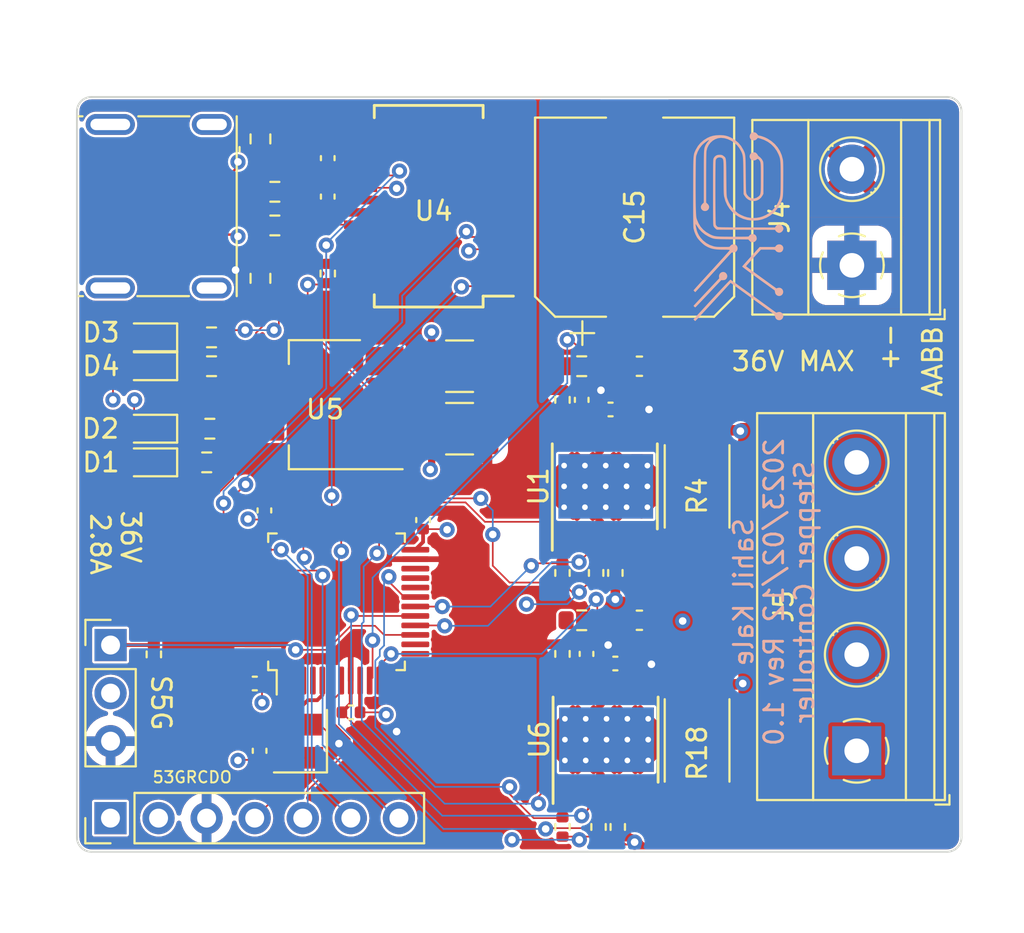
<source format=kicad_pcb>
(kicad_pcb (version 20211014) (generator pcbnew)
  (layers (0 "F.Cu" signal) (1 "In1.Cu" signal) (2 "In2.Cu" signal) (31 "B.Cu" signal) (34 "B.Paste" user) (35 "F.Paste" user) (36 "B.SilkS" user "B.Silkscreen") (37 "F.SilkS" user "F.Silkscreen") (38 "B.Mask" user) (39 "F.Mask" user) (44 "Edge.Cuts" user))
  (net 0 "")
  (net 1 "Net-(C1-Pad1)")
  (net 2 "Net-(C1-Pad2)")
  (net 3 "Net-(C2-Pad1)")
  (net 4 "VBUS")
  (net 5 "+3V3")
  (net 6 "GND")
  (net 7 "Net-(C8-Pad1)")
  (net 8 "+5V")
  (net 9 "Net-(C13-Pad1)")
  (net 10 "Net-(C13-Pad2)")
  (net 11 "Net-(C14-Pad1)")
  (net 12 "Net-(D1-Pad1)")
  (net 13 "Net-(D2-Pad1)")
  (net 14 "Net-(D3-Pad1)")
  (net 15 "Net-(D4-Pad1)")
  (net 16 "/MCU/PWM_IN")
  (net 17 "/MCU/NRST")
  (net 18 "/MCU/SWCLK")
  (net 19 "/MCU/SWDIO")
  (net 20 "/MCU/SWO")
  (net 21 "Net-(J3-PadA5)")
  (net 23 "Net-(J3-PadB5)")
  (net 25 "/HBridge/OUT+")
  (net 26 "/HBridge1/OUT+")
  (net 27 "/HBridge/OUT-")
  (net 28 "/HBridge1/OUT-")
  (net 29 "/HBridge/SLEEP")
  (net 30 "/HBridge/EN")
  (net 31 "Net-(R3-Pad1)")
  (net 32 "Net-(R4-Pad1)")
  (net 33 "/HBridge/FAULT")
  (net 34 "Net-(R6-Pad1)")
  (net 35 "Net-(R7-Pad1)")
  (net 36 "/USB/D-")
  (net 37 "/USB/D+")
  (net 38 "/MCU/UART_RESET")
  (net 39 "/USBUART/TXLED")
  (net 40 "/USBUART/RXLED")
  (net 41 "/HBridge1/SLEEP")
  (net 42 "/HBridge1/EN")
  (net 43 "Net-(R17-Pad1)")
  (net 44 "Net-(R18-Pad1)")
  (net 45 "/HBridge1/FAULT")
  (net 46 "/HBridge/BRAKE")
  (net 47 "/HBridge/DIR")
  (net 48 "/HBridge/CURR")
  (net 49 "Net-(U2-Pad3)")
  (net 54 "/HBridge1/CURR")
  (net 58 "/HBridge1/DIR")
  (net 60 "/HBridge1/BRAKE")
  (net 63 "/MCU/RX")
  (net 69 "/MCU/TX")
  (net 83 "Net-(R21-Pad1)")
  (net 84 "Net-(R22-Pad1)")
  (net 85 "/USB/DP")
  (net 86 "/USB/DN")
  (net 88 "/MCU/SLEEP_A")
  (net 89 "/MCU/SLEEP_B")
  (footprint "Resistor_SMD:R_0603_1608Metric" (layer "F.Cu") (at 167.64 91.186 180)
    (fp_text reference "R6" hide)
    (fp_text value "470")
  )
  (footprint "Resistor_SMD:R_2512_6332Metric" (layer "F.Cu") (at 193.548 105.878 90)
    (fp_text reference "R18")
    (fp_text value "200m")
  )
  (footprint "Connector_PinHeader_2.54mm:PinHeader_1x07_P2.54mm_Vertical" (layer "F.Cu") (at 162.555 109.982 90)
    (fp_text reference "J2" hide)
    (fp_text value "Conn_01x07")
  )
  (footprint "TerminalBlock_Phoenix:TerminalBlock_Phoenix_MKDS-1,5-2-5.08_1x02_P5.08mm_Horizontal" (layer "F.Cu") (at 201.727 80.777 90)
    (fp_text reference "J4")
    (fp_text value "Conn_01x02")
  )
  (footprint "Resistor_SMD:R_2512_6332Metric" (layer "F.Cu") (at 193.548 92.456 90)
    (fp_text reference "R4")
    (fp_text value "200m")
  )
  (footprint "Resistor_SMD:R_0603_1608Metric" (layer "F.Cu") (at 171.24 78.669)
    (fp_text reference "R10" hide)
    (fp_text value "22R")
  )
  (footprint "LED_SMD:LED_0603_1608Metric" (layer "F.Cu") (at 164.592 91.186 180)
    (fp_text reference "D1")
    (fp_text value "LED")
  )
  (footprint "Capacitor_SMD:C_0402_1005Metric" (layer "F.Cu") (at 187.452 87.884 90)
    (fp_text reference "C2" hide)
    (fp_text value "0.1uF X7R")
  )
  (footprint "LED_SMD:LED_0603_1608Metric" (layer "F.Cu") (at 164.592 86.106 180)
    (fp_text reference "D4")
    (fp_text value "LED")
  )
  (footprint "Resistor_SMD:R_0603_1608Metric" (layer "F.Cu") (at 171.24 76.891)
    (fp_text reference "R11" hide)
    (fp_text value "22R")
  )
  (footprint "Capacitor_SMD:C_0402_1005Metric" (layer "F.Cu") (at 175.26 104.394 180)
    (fp_text reference "C3" hide)
    (fp_text value "0.1uF")
  )
  (footprint "Capacitor_SMD:C_0402_1005Metric" (layer "F.Cu") (at 170.688 93.726 90)
    (fp_text reference "C6" hide)
    (fp_text value "0.1uF")
  )
  (footprint "Capacitor_SMD:C_0603_1608Metric" (layer "F.Cu") (at 190.5 86.106)
    (fp_text reference "C16" hide)
    (fp_text value "1000pF")
  )
  (footprint "Resistor_SMD:R_0603_1608Metric" (layer "F.Cu") (at 187.452 99.528)
    (fp_text reference "R22" hide)
    (fp_text value "100k")
  )
  (footprint "Capacitor_SMD:C_0402_1005Metric" (layer "F.Cu") (at 188.976 88.392)
    (fp_text reference "C1" hide)
    (fp_text value "0.1uF X7R")
  )
  (footprint "Package_SO:SSOP-28_5.3x10.2mm_P0.65mm" (layer "F.Cu") (at 179.368 77.653 180)
    (fp_text reference "U4")
    (fp_text value "FT232RL")
  )
  (footprint "Capacitor_SMD:C_0402_1005Metric" (layer "F.Cu") (at 170.18 102.87 180)
    (fp_text reference "C7" hide)
    (fp_text value "0.1uF")
  )
  (footprint "Capacitor_SMD:C_0402_1005Metric" (layer "F.Cu") (at 170.434 106.426 90)
    (fp_text reference "C4" hide)
    (fp_text value "0.1uF")
  )
  (footprint "Resistor_SMD:R_0402_1005Metric" (layer "F.Cu") (at 188.214 97.028 90)
    (fp_text reference "R1" hide)
    (fp_text value "10k")
  )
  (footprint "Connector_USB:USB_C_Receptacle_Molex_105450-0101" (layer "F.Cu") (at 165.1 77.653 -90)
    (fp_text reference "J3" hide)
    (fp_text value "USB_C_Receptacle_USB2.0")
  )
  (footprint "Resistor_SMD:R_0402_1005Metric" (layer "F.Cu") (at 186.436 101.306 90)
    (fp_text reference "R17" hide)
    (fp_text value "10k")
  )
  (footprint "Resistor_SMD:R_0402_1005Metric" (layer "F.Cu") (at 164.846 101.331 -90)
    (fp_text reference "R20" hide)
    (fp_text value "10k")
  )
  (footprint "Resistor_SMD:R_0603_1608Metric" (layer "F.Cu") (at 167.8055 89.408 180)
    (fp_text reference "R7" hide)
    (fp_text value "470")
  )
  (footprint "Resistor_SMD:R_0402_1005Metric" (layer "F.Cu") (at 186.436 97.028 90)
    (fp_text reference "R5" hide)
    (fp_text value "10k")
  )
  (footprint "Resistor_SMD:R_0402_1005Metric" (layer "F.Cu") (at 189.23 97.028 -90)
    (fp_text reference "R2" hide)
    (fp_text value "10k")
  )
  (footprint "Resistor_SMD:R_0402_1005Metric" (layer "F.Cu") (at 174.034 81.209 90)
    (fp_text reference "R12" hide)
    (fp_text value "10k")
  )
  (footprint "Resistor_SMD:R_0603_1608Metric" (layer "F.Cu") (at 187.452 86.106)
    (fp_text reference "R21" hide)
    (fp_text value "100k")
  )
  (footprint "Capacitor_SMD:C_0402_1005Metric" (layer "F.Cu") (at 189.23 101.814)
    (fp_text reference "C13" hide)
    (fp_text value "0.1uF X7R")
  )
  (footprint "Resistor_SMD:R_0603_1608Metric" (layer "F.Cu") (at 170.478 81.463 -90)
    (fp_text reference "R8" hide)
    (fp_text value "5.1k")
  )
  (footprint "Capacitor_SMD:C_0402_1005Metric" (layer "F.Cu") (at 179.07 94.234 90)
    (fp_text reference "C5" hide)
    (fp_text value "0.1uF")
  )
  (footprint "LED_SMD:LED_0603_1608Metric" (layer "F.Cu") (at 164.592 84.582 180)
    (fp_text reference "D3")
    (fp_text value "LED")
  )
  (footprint "Connector_PinHeader_2.54mm:PinHeader_1x03_P2.54mm_Vertical" (layer "F.Cu") (at 162.56 100.838)
    (fp_text reference "J1" hide)
    (fp_text value "Conn_01x03")
  )
  (footprint "Capacitor_SMD:CP_Elec_10x10" (layer "F.Cu") (at 190.246 78.232 90)
    (fp_text reference "C15")
    (fp_text value "100uF")
  )
  (footprint "Resistor_SMD:R_0402_1005Metric" (layer "F.Cu") (at 186.436 110.45 90)
    (fp_text reference "R19" hide)
    (fp_text value "10k")
  )
  (footprint "Package_TO_SOT_SMD:SOT-223" (layer "F.Cu") (at 173.888 88.138 180)
    (fp_text reference "U5")
    (fp_text value "AZ1117-3.3")
  )
  (footprint "Resistor_SMD:R_0402_1005Metric" (layer "F.Cu") (at 188.341 110.45 90)
    (fp_text reference "R15" hide)
    (fp_text value "10k")
  )
  (footprint "Capacitor_SMD:C_1210_3225Metric" (layer "F.Cu") (at 181 86.106)
    (fp_text reference "C9" hide)
    (fp_text value "22uF")
  )
  (footprint "Resistor_SMD:R_0603_1608Metric" (layer "F.Cu") (at 167.894 84.582)
    (fp_text reference "R13" hide)
    (fp_text value "470")
  )
  (footprint "Capacitor_SMD:C_0603_1608Metric" (layer "F.Cu") (at 190.5 99.528)
    (fp_text reference "C17" hide)
    (fp_text value "1000pF")
  )
  (footprint "Package_SO:HTSSOP-16-1EP_4.4x5mm_P0.65mm_EP3.4x5mm_Mask3x3mm_ThermalVias" (layer "F.Cu") (at 188.722 92.456 90)
    (fp_text reference "U1")
    (fp_text value "DRV8801PWP")
  )
  (footprint "TerminalBlock_Phoenix:TerminalBlock_Phoenix_MKDS-1,5-4-5.08_1x04_P5.08mm_Horizontal" (layer "F.Cu") (at 201.981 106.426 90)
    (fp_text reference "J5")
    (fp_text value "Conn_01x04")
  )
  (footprint "Resistor_SMD:R_0603_1608Metric" (layer "F.Cu") (at 167.894 86.106)
    (fp_text reference "R14" hide)
    (fp_text value "470")
  )
  (footprint "Capacitor_SMD:C_1210_3225Metric" (layer "F.Cu") (at 181 89.408)
    (fp_text reference "C10" hide)
    (fp_text value "22uF")
  )
  (footprint "Crystal:Crystal_SMD_2520-4Pin_2.5x2.0mm" (layer "F.Cu") (at 172.593 105.918 90)
    (fp_text reference "U2" hide)
    (fp_text value "SG-8101CG 40MHz TCHSA")
  )
  (footprint "Package_SO:HTSSOP-16-1EP_4.4x5mm_P0.65mm_EP3.4x5mm_Mask3x3mm_ThermalVias" (layer "F.Cu") (at 188.764 105.836 90)
    (fp_text reference "U6")
    (fp_text value "DRV8801PWP")
  )
  (footprint "Capacitor_SMD:C_0402_1005Metric" (layer "F.Cu") (at 174.034 77.145 -90)
    (fp_text reference "C11" hide)
    (fp_text value "0.1uF")
  )
  (footprint "Resistor_SMD:R_0402_1005Metric" (layer "F.Cu") (at 189.357 110.45 -90)
    (fp_text reference "R16" hide)
    (fp_text value "10k")
  )
  (footprint "LED_SMD:LED_0603_1608Metric" (layer "F.Cu") (at 164.592 89.408 180)
    (fp_text reference "D2")
    (fp_text value "LED")
  )
  (footprint "Resistor_SMD:R_0402_1005Metric" (layer "F.Cu") (at 186.436 87.884 90)
    (fp_text reference "R3" hide)
    (fp_text value "10k")
  )
  (footprint "Capacitor_SMD:C_0402_1005Metric" (layer "F.Cu") (at 174.034 75.113 -90)
    (fp_text reference "C8" hide)
    (fp_text value "0.1uF")
  )
  (footprint "Capacitor_SMD:C_0402_1005Metric" (layer "F.Cu") (at 187.706 101.306 90)
    (fp_text reference "C14" hide)
    (fp_text value "0.1uF X7R")
  )
  (footprint "Resistor_SMD:R_0603_1608Metric" (layer "F.Cu") (at 170.478 74.097 90)
    (fp_text reference "R9" hide)
    (fp_text value "5.1k")
  )
  (footprint "Package_QFP:LQFP-48_7x7mm_P0.5mm" (layer "F.Cu") (at 174.498 98.552 90)
    (fp_text reference "U3" hide)
    (fp_text value "STM32L431CCTx")
  )
  (footprint "LOGO" (layer "B.Cu") (at 195.707 78.74 -90)
    (fp_text reference "G***" hide)
    (fp_text value "LOGO" hide)
  )
  (gr_arc (start 207.518 110.998) (mid 207.294815 111.536815) (end 206.756 111.76) (layer "Edge.Cuts") (width 0.1))
  (gr_arc (start 160.782 72.644) (mid 161.005185 72.105185) (end 161.544 71.882) (layer "Edge.Cuts") (width 0.1))
  (gr_line (start 207.518 72.644) (end 207.518 110.998) (layer "Edge.Cuts") (width 0.1))
  (gr_line (start 206.756 71.882) (end 161.544 71.882) (layer "Edge.Cuts") (width 0.1))
  (gr_arc (start 161.544 111.76) (mid 161.005185 111.536815) (end 160.782 110.998) (layer "Edge.Cuts") (width 0.1))
  (gr_line (start 161.544 111.76) (end 206.756 111.76) (layer "Edge.Cuts") (width 0.1))
  (gr_line (start 160.782 72.644) (end 160.782 110.998) (layer "Edge.Cuts") (width 0.1))
  (gr_arc (start 206.756 71.882) (mid 207.294815 72.105185) (end 207.518 72.644) (layer "Edge.Cuts") (width 0.1))
  (gr_text "Sahil Kale\n2023/02/12 Rev 1.0\nStepper Controller" (at 197.612 98.044 90) (layer "B.SilkS") (effects (font (size 1 1)) (justify mirror)))
  (gr_text "AABB" (at 205.994 85.852 90) (layer "F.SilkS") (effects (font (size 1 1))))
  (gr_text "53GRCDO" (at 166.878 107.823) (layer "F.SilkS") (effects (font (size 0.6 0.6) (thickness 0.1))))
  (gr_text "36V MAX" (at 198.628 85.852) (layer "F.SilkS") (effects (font (size 1 1))))
  (gr_text "36V \n2.8A" (at 162.814 95.504 270) (layer "F.SilkS") (effects (font (size 1 1))))
  (gr_text "S5G" (at 165.227 103.886 270) (layer "F.SilkS") (effects (font (size 1 1))))
  (gr_text "+-" (at 203.708 85.09 90) (layer "F.SilkS") (effects (font (size 1 1))))
  (segment (start 189.047 88.943) (end 189.047 89.681) (width 0.0889) (layer "F.Cu") (net 1))
  (segment (start 188.496 88.392) (end 189.047 88.943) (width 0.0889) (layer "F.Cu") (net 1))
  (segment (start 189.456 88.392) (end 189.697 88.633) (width 0.0889) (layer "F.Cu") (net 2))
  (segment (start 189.697 88.633) (end 189.697 89.681) (width 0.0889) (layer "F.Cu") (net 2))
  (segment (start 187.747 88.659) (end 187.747 89.681) (width 0.0889) (layer "F.Cu") (net 3))
  (segment (start 187.452 88.364) (end 187.747 88.659) (width 0.0889) (layer "F.Cu") (net 3))
  (segment (start 187.706 100.826) (end 188.837 100.826) (width 0.5588) (layer "F.Cu") (net 4))
  (segment (start 191.039 101.95) (end 191.135 101.854) (width 0.381) (layer "F.Cu") (net 4))
  (segment (start 191.039 103.061) (end 191.039 101.95) (width 0.381) (layer "F.Cu") (net 4))
  (segment (start 190.997 88.403) (end 191.008 88.392) (width 0.25) (layer "F.Cu") (net 4))
  (segment (start 188.837 100.826) (end 188.849 100.838) (width 0.5588) (layer "F.Cu") (net 4))
  (segment (start 188.44 87.404) (end 188.468 87.376) (width 0.0889) (layer "F.Cu") (net 4))
  (segment (start 187.452 87.404) (end 188.44 87.404) (width 0.0889) (layer "F.Cu") (net 4))
  (segment (start 190.997 89.681) (end 190.997 88.403) (width 0.25) (layer "F.Cu") (net 4))
  (via (at 188.849 100.838) (size 0.8) (drill 0.4) (layers "F.Cu" "B.Cu") (net 4))
  (via (at 188.468 87.376) (size 0.8) (drill 0.4) (layers "F.Cu" "B.Cu") (net 4))
  (via (at 191.135 101.854) (size 0.8) (drill 0.4) (layers "F.Cu" "B.Cu") (net 4))
  (via (at 191.008 88.392) (size 0.8) (drill 0.4) (layers "F.Cu" "B.Cu") (net 4))
  (segment (start 175.74 104.394) (end 177.000756 104.394) (width 0.0889) (layer "F.Cu") (net 5))
  (segment (start 174.034 81.719) (end 173.965 81.788) (width 0.0889) (layer "F.Cu") (net 5))
  (segment (start 179.07 94.714) (end 180.312 94.714) (width 0.0889) (layer "F.Cu") (net 5))
  (segment (start 163.8045 89.408) (end 163.8045 87.9095) (width 0.0889) (layer "F.Cu") (net 5))
  (segment (start 175.74 104.394) (end 175.74 102.7225) (width 0.2) (layer "F.Cu") (net 5))
  (segment (start 178.255 88.138) (end 179.525 89.408) (width 0.5588) (layer "F.Cu") (net 5))
  (segment (start 181.565 79.928) (end 181.483 80.01) (width 0.0889) (layer "F.Cu") (net 5))
  (segment (start 169.846483 94.206) (end 169.818688 94.178205) (width 0.0889) (layer "F.Cu") (net 5))
  (segment (start 169.319 106.906) (end 169.291 106.934) (width 0.0889) (layer "F.Cu") (net 5))
  (segment (start 187.831 97.538) (end 187.325 98.044) (width 0.0889) (layer "F.Cu") (net 5))
  (segment (start 170.547 106.793) (end 171.893 106.793) (width 0.0889) (layer "F.Cu") (net 5))
  (segment (start 187.16 110.96) (end 187.325 111.125) (width 0.0889) (layer "F.Cu") (net 5))
  (segment (start 170.434 106.906) (end 170.547 106.793) (width 0.0889) (layer "F.Cu") (net 5))
  (segment (start 171.5925 102.87) (end 171.748 102.7145) (width 0.2) (layer "F.Cu") (net 5))
  (segment (start 170.66 102.87) (end 171.5925 102.87) (width 0.2) (layer "F.Cu") (net 5))
  (segment (start 188.214 97.538) (end 187.831 97.538) (width 0.0889) (layer "F.Cu") (net 5))
  (segment (start 172.974 84.074) (end 177.038 88.138) (width 0.0889) (layer "F.Cu") (net 5))
  (segment (start 170.66 102.87) (end 170.66 101.6265) (width 0.0889) (layer "F.Cu") (net 5))
  (segment (start 186.436 110.96) (end 187.16 110.96) (width 0.0889) (layer "F.Cu") (net 5))
  (segment (start 170.688 94.206) (end 169.846483 94.206) (width 0.0889) (layer "F.Cu") (net 5))
  (segment (start 170.66 102.87) (end 170.561 102.969) (width 0.0889) (layer "F.Cu") (net 5))
  (segment (start 170.561 102.969) (end 170.561 103.886) (width 0.0889) (layer "F.Cu") (net 5))
  (segment (start 179.525 89.408) (end 179.525 91.493) (width 0.381) (layer "F.Cu") (net 5))
  (segment (start 179.07 94.714) (end 179.07 95.3925) (width 0.2) (layer "F.Cu") (net 5))
  (segment (start 171.5645 94.206) (end 171.748 94.3895) (width 0.0889) (layer "F.Cu") (net 5))
  (segment (start 170.688 94.206) (end 171.5645 94.206) (width 0.0889) (layer "F.Cu") (net 5))
  (segment (start 186.436 97.538) (end 186.942 98.044) (width 0.0889) (layer "F.Cu") (net 5))
  (segment (start 179.525 91.493) (end 179.451 91.567) (width 0.381) (layer "F.Cu") (net 5))
  (segment (start 163.8045 87.9095) (end 163.83 87.884) (width 0.0889) (layer "F.Cu") (net 5))
  (segment (start 186.942 98.044) (end 187.325 98.044) (width 0.0889) (layer "F.Cu") (net 5))
  (segment (start 177.000756 104.394) (end 177.118454 104.511698) (width 0.0889) (layer "F.Cu") (net 5))
  (segment (start 173.965 81.788) (end 172.974 81.788) (width 0.0889) (layer "F.Cu") (net 5))
  (segment (start 179.07 95.3925) (end 178.6605 95.802) (width 0.2) (layer "F.Cu") (net 5))
  (segment (start 182.968 79.928) (end 181.565 79.928) (width 0.0889) (layer "F.Cu") (net 5))
  (segment (start 180.312 94.714) (end 180.34 94.742) (width 0.0889) (layer "F.Cu") (net 5))
  (segment (start 170.434 106.906) (end 169.319 106.906) (width 0.0889) (layer "F.Cu") (net 5))
  (segment (start 172.974 81.788) (end 172.974 84.074) (width 0.0889) (layer "F.Cu") (net 5))
  (segment (start 170.66 101.6265) (end 170.3355 101.302) (width 0.0889) (layer "F.Cu") (net 5))
  (segment (start 188.341 110.96) (end 187.49 110.96) (width 0.0889) (layer "F.Cu") (net 5))
  (segment (start 163.8045 91.186) (end 163.8045 89.408) (width 0.0889) (layer "F.Cu") (net 5))
  (segment (start 177.038 88.138) (end 178.255 88.138) (width 0.5588) (layer "F.Cu") (net 5))
  (segment (start 175.74 102.7225) (end 175.748 102.7145) (width 0.2) (layer "F.Cu") (net 5))
  (segment (start 171.893 106.793) (end 173.293 106.793) (width 0.0889) (layer "F.Cu") (net 5))
  (segment (start 187.49 110.96) (end 187.325 111.125) (width 0.0889) (layer "F.Cu") (net 5))
  (via (at 180.34 94.742) (size 0.8) (drill 0.4) (layers "F.Cu" "B.Cu") (net 5))
  (via (at 181.483 80.01) (size 0.8) (drill 0.4) (layers "F.Cu" "B.Cu") (net 5))
  (via (at 172.974 81.788) (size 0.8) (drill 0.4) (layers "F.Cu" "B.Cu") (net 5))
  (via (at 184.531 98.679) (size 0.8) (drill 0.4) (layers "F.Cu" "B.Cu") (net 5))
  (via (at 187.325 111.125) (size 0.8) (drill 0.4) (layers "F.Cu" "B.Cu") (net 5))
  (via (at 169.818688 94.178205) (size 0.8) (drill 0.4) (layers "F.Cu" "B.Cu") (net 5))
  (via (at 187.325 98.044) (size 0.8) (drill 0.4) (layers "F.Cu" "B.Cu") (net 5))
  (via (at 169.291 106.934) (size 0.8) (drill 0.4) (layers "F.Cu" "B.Cu") (net 5))
  (via (at 170.561 103.886) (size 0.8) (drill 0.4) (layers "F.Cu" "B.Cu") (net 5))
  (via (at 163.83 87.884) (size 0.8) (drill 0.4) (layers "F.Cu" "B.Cu") (net 5))
  (via (at 179.451 91.567) (size 0.8) (drill 0.4) (layers "F.Cu" "B.Cu") (net 5))
  (via (at 177.118454 104.511698) (size 0.8) (drill 0.4) (layers "F.Cu" "B.Cu") (net 5))
  (via (at 183.769 111.125) (size 0.8) (drill 0.4) (layers "F.Cu" "B.Cu") (net 5))
  (segment (start 187.325 98.044) (end 186.69 98.679) (width 0.0889) (layer "B.Cu") (net 5))
  (segment (start 187.325 111.125) (end 183.769 111.125) (width 0.0889) (layer "B.Cu") (net 5))
  (segment (start 186.69 98.679) (end 184.531 98.679) (width 0.0889) (layer "B.Cu") (net 5))
  (segment (start 189.23 97.538) (end 189.23 98.425) (width 0.0889) (layer "F.Cu") (net 6))
  (segment (start 195.9155 102.9155) (end 195.961 102.87) (width 0.5588) (layer "F.Cu") (net 6))
  (segment (start 188.397 91.031) (end 188.722 91.356) (width 0.25) (layer "F.Cu") (net 6))
  (segment (start 175.248 103.926) (end 175.248 102.7145) (width 0.2) (layer "F.Cu") (net 6))
  (segment (start 188.397 95.231) (end 188.397 93.881) (width 0.25) (layer "F.Cu") (net 6))
  (segment (start 193.548 102.9155) (end 195.9155 102.9155) (width 0.5588) (layer "F.Cu") (net 6))
  (segment (start 174.331 77.328) (end 175.768 77.328) (width 0.0889) (layer "F.Cu") (net 6))
  (segment (start 173.293 105.043) (end 173.623 105.043) (width 0.0889) (layer "F.Cu") (net 6))
  (segment (start 191.315 99.568) (end 192.786 99.568) (width 0.127) (layer "F.Cu") (net 6))
  (segment (start 173.623 105.043) (end 174.625 106.045) (width 0.0889) (layer "F.Cu") (net 6))
  (segment (start 168.315 80.653) (end 168.791 80.653) (width 0.0889) (layer "F.Cu") (net 6))
  (segment (start 188.439 108.611) (end 188.439 107.261) (width 0.0889) (layer "F.Cu") (net 6))
  (segment (start 174.78 104.394) (end 175.796 105.41) (width 0.0889) (layer "F.Cu") (net 6))
  (segment (start 191.275 99.528) (end 191.315 99.568) (width 0.127) (layer "F.Cu") (net 6))
  (segment (start 188.439 107.261) (end 188.764 106.936) (width 0.0889) (layer "F.Cu") (net 6))
  (segment (start 167.115 80.653) (end 167.015 80.753) (width 0.0889) (layer "F.Cu") (net 6))
  (segment (start 168.791 80.653) (end 169.164 81.026) (width 0.0889) (layer "F.Cu") (net 6))
  (segment (start 188.397 89.681) (end 188.397 91.031) (width 0.25) (layer "F.Cu") (net 6))
  (segment (start 195.7925 89.4935) (end 195.834 89.535) (width 0.5588) (layer "F.Cu") (net 6))
  (segment (start 174.034 77.625) (end 174.331 77.328) (width 0.0889) (layer "F.Cu") (net 6))
  (segment (start 174.78 104.394) (end 175.248 103.926) (width 0.2) (layer "F.Cu") (net 6))
  (segment (start 189.776 111.379) (end 190.119 111.379) (width 0.0889) (layer "F.Cu") (net 6))
  (segment (start 168.315 80.653) (end 167.115 80.653) (width 0.0889) (layer "F.Cu") (net 6))
  (segment (start 188.397 93.881) (end 188.722 93.556) (width 0.25) (layer "F.Cu") (net 6))
  (segment (start 175.796 105.41) (end 177.673 105.41) (width 0.0889) (layer "F.Cu") (net 6))
  (segment (start 193.548 89.4935) (end 195.7925 89.4935) (width 0.5588) (layer "F.Cu") (net 6))
  (segment (start 189.357 110.96) (end 189.776 111.379) (width 0.0889) (layer "F.Cu") (net 6))
  (via (at 192.786 99.568) (size 0.8) (drill 0.4) (layers "F.Cu" "B.Cu") (net 6))
  (via (at 195.834 89.535) (size 0.8) (drill 0.4) (layers "F.Cu" "B.Cu") (net 6))
  (via (at 190.246 111.252) (size 0.8) (drill 0.4) (layers "F.Cu" "B.Cu") (net 6))
  (via (at 195.961 102.87) (size 0.8) (drill 0.4) (layers "F.Cu" "B.Cu") (net 6))
  (via (at 174.625 106.045) (size 0.8) (drill 0.4) (layers "F.Cu" "B.Cu") (net 6))
  (via (at 169.164 81.026) (size 0.8) (drill 0.4) (layers "F.Cu" "B.Cu") (net 6))
  (via (at 177.673 105.41) (size 0.8) (drill 0.4) (layers "F.Cu" "B.Cu") (net 6))
  (via (at 189.23 98.425) (size 0.8) (drill 0.4) (layers "F.Cu" "B.Cu") (net 6))
  (segment (start 175.768 74.728) (end 174.129 74.728) (width 0.127) (layer "F.Cu") (net 7))
  (segment (start 174.129 74.728) (end 174.034 74.633) (width 0.127) (layer "F.Cu") (net 7))
  (segment (start 167.015 78.903) (end 167.4539 78.903) (width 0.0889) (layer "F.Cu") (net 8))
  (segment (start 175.768 76.678) (end 177.643 76.678) (width 0.0889) (layer "F.Cu") (net 8))
  (segment (start 167.015 76.403) (end 167.565 76.403) (width 0.2) (layer "F.Cu") (net 8))
  (segment (start 175.768 76.678) (end 174.047 76.678) (width 0.127) (layer "F.Cu") (net 8))
  (segment (start 167.7039 79.153) (end 168.315 79.153) (width 0.0889) (layer "F.Cu") (net 8))
  (segment (start 168.315 79.153) (end 169.196 79.153) (width 0.127) (layer "F.Cu") (net 8))
  (segment (start 167.4539 78.903) (end 167.7039 79.153) (width 0.0889) (layer "F.Cu") (net 8))
  (segment (start 167.565 76.403) (end 167.815 76.153) (width 0.2) (layer "F.Cu") (net 8))
  (segment (start 177.643 76.678) (end 177.673 76.708) (width 0.0889) (layer "F.Cu") (net 8))
  (segment (start 179.525 84.302797) (end 179.523325 84.301122) (width 0.381) (layer "F.Cu") (net 8))
  (segment (start 162.687 87.2235) (end 162.687 87.884) (width 0.0889) (layer "F.Cu") (net 8))
  (segment (start 169.291 75.558) (end 169.291 75.311) (width 0.127) (layer "F.Cu") (net 8))
  (segment (start 163.8045 86.106) (end 162.687 87.2235) (width 0.0889) (layer "F.Cu") (net 8))
  (segment (start 168.696 76.153) (end 169.291 75.558) (width 0.127) (layer "F.Cu") (net 8))
  (segment (start 163.8045 86.106) (end 163.8045 84.582) (width 0.0889) (layer "F.Cu") (net 8))
  (segment (start 168.315 76.153) (end 168.696 76.153) (width 0.127) (layer "F.Cu") (net 8))
  (segment (start 177.038 85.838) (end 179.257 85.838) (width 0.5588) (layer "F.Cu") (net 8))
  (segment (start 174.047 76.678) (end 174.034 76.665) (width 0.127) (layer "F.Cu") (net 8))
  (segment (start 169.196 79.153) (end 169.291 79.248) (width 0.127) (layer "F.Cu") (net 8))
  (segment (start 179.525 86.106) (end 179.525 84.302797) (width 0.381) (layer "F.Cu") (net 8))
  (segment (start 179.257 85.838) (end 179.525 86.106) (width 0.5588) (layer "F.Cu") (net 8))
  (segment (start 167.815 76.153) (end 168.315 76.153) (width 0.2) (layer "F.Cu") (net 8))
  (via (at 169.291 79.248) (size 0.8) (drill 0.4) (layers "F.Cu" "B.Cu") (net 8))
  (via (at 179.523325 84.301122) (size 0.8) (drill 0.4) (layers "F.Cu" "B.Cu") (net 8))
  (via (at 169.291 75.311) (size 0.8) (drill 0.4) (layers "F.Cu" "B.Cu") (net 8))
  (via (at 162.687 87.884) (size 0.8) (drill 0.4) (layers "F.Cu" "B.Cu") (net 8))
  (via (at 177.673 76.708) (size 0.8) (drill 0.4) (layers "F.Cu" "B.Cu") (net 8))
  (segment (start 189.089 103.061) (end 189.089 102.153) (width 0.0889) (layer "F.Cu") (net 9))
  (segment (start 189.089 102.153) (end 188.75 101.814) (width 0.0889) (layer "F.Cu") (net 9))
  (segment (start 189.71 101.814) (end 189.739 101.843) (width 0.0889) (layer "F.Cu") (net 10))
  (segment (start 189.739 101.843) (end 189.739 103.061) (width 0.0889) (layer "F.Cu") (net 10))
  (segment (start 187.789 101.869) (end 187.706 101.786) (width 0.381) (layer "F.Cu") (net 11))
  (segment (start 187.789 103.061) (end 187.789 101.869) (width 0.381) (layer "F.Cu") (net 11))
  (segment (start 166.815 91.186) (end 165.3795 91.186) (width 0.2) (layer "F.Cu") (net 12))
  (segment (start 165.3795 89.408) (end 166.9805 89.408) (width 0.2) (layer "F.Cu") (net 13))
  (segment (start 167.069 84.582) (end 165.3795 84.582) (width 0.2) (layer "F.Cu") (net 14))
  (segment (start 167.069 86.106) (end 165.3795 86.106) (width 0.2) (layer "F.Cu") (net 15))
  (segment (start 176.53 99.822) (end 175.26 99.822) (width 0.0889) (layer "F.Cu") (net 16))
  (segment (start 164.829 100.838) (end 164.846 100.821) (width 0.2) (layer "F.Cu") (net 16))
  (segment (start 173.99 101.092) (end 172.339 101.092) (width 0.0889) (layer "F.Cu") (net 16))
  (segment (start 162.56 100.838) (end 164.829 100.838) (width 0.2) (layer "F.Cu") (net 16))
  (segment (start 175.26 99.822) (end 173.99 101.092) (width 0.0889) (layer "F.Cu") (net 16))
  (segment (start 177.01 100.302) (end 176.53 99.822) (width 0.0889) (layer "F.Cu") (net 16))
  (segment (start 178.6605 100.302) (end 177.01 100.302) (width 0.0889) (layer "F.Cu") (net 16))
  (via (at 172.339 101.092) (size 0.8) (drill 0.4) (layers "F.Cu" "B.Cu") (net 16))
  (segment (start 172.339 101.092) (end 172.085 100.838) (width 0.0889) (layer "B.Cu") (net 16))
  (segment (start 172.085 100.838) (end 162.56 100.838) (width 0.0889) (layer "B.Cu") (net 16))
  (segment (start 172.54335 108.96055) (end 171.19645 108.96055) (width 0.0889) (layer "F.Cu") (net 17))
  (segment (start 174.32855 103.719983) (end 174.32855 104.941104) (width 0.0889) (layer "F.Cu") (net 17))
  (segment (start 171.19645 108.96055) (end 170.175 109.982) (width 0.0889) (layer "F.Cu") (net 17))
  (segment (start 175.19595 106.30795) (end 172.54335 108.96055) (width 0.0889) (layer "F.Cu") (net 17))
  (segment (start 174.748 103.300533) (end 174.32855 103.719983) (width 0.0889) (layer "F.Cu") (net 17))
  (segment (start 174.748 102.7145) (end 174.748 103.300533) (width 0.0889) (layer "F.Cu") (net 17))
  (segment (start 174.32855 104.941104) (end 175.19595 105.808504) (width 0.0889) (layer "F.Cu") (net 17))
  (segment (start 175.19595 105.808504) (end 175.19595 106.30795) (width 0.0889) (layer "F.Cu") (net 17))
  (segment (start 170.3355 95.802) (end 171.576364 95.802) (width 0.0889) (layer "F.Cu") (net 18))
  (segment (start 171.576364 95.802) (end 171.577 95.802636) (width 0.0889) (layer "F.Cu") (net 18))
  (via (at 171.577 95.802636) (size 0.8) (drill 0.4) (layers "F.Cu" "B.Cu") (net 18))
  (segment (start 172.715 109.982) (end 172.974 109.723) (width 0.0889) (layer "B.Cu") (net 18))
  (segment (start 172.974 97.199636) (end 171.577 95.802636) (width 0.0889) (layer "B.Cu") (net 18))
  (segment (start 172.974 109.723) (end 172.974 97.199636) (width 0.0889) (layer "B.Cu") (net 18))
  (segment (start 172.748 94.3895) (end 172.748 96.166189) (width 0.0889) (layer "F.Cu") (net 19))
  (segment (start 172.748 96.166189) (end 172.790549 96.208738) (width 0.0889) (layer "F.Cu") (net 19))
  (via (at 172.790549 96.208738) (size 0.8) (drill 0.4) (layers "F.Cu" "B.Cu") (net 19))
  (segment (start 175.255 109.982) (end 173.189401 107.916401) (width 0.0889) (layer "B.Cu") (net 19))
  (segment (start 173.189401 107.916401) (end 173.189401 97.110413) (width 0.0889) (layer "B.Cu") (net 19))
  (segment (start 172.790549 96.239265) (end 172.790549 96.208738) (width 0.0889) (layer "B.Cu") (net 19))
  (segment (start 173.189401 97.110413) (end 172.554401 96.475413) (width 0.0889) (layer "B.Cu") (net 19))
  (segment (start 172.554401 96.475413) (end 172.790549 96.239265) (width 0.0889) (layer "B.Cu") (net 19))
  (segment (start 170.307 96.901) (end 173.497387 96.901) (width 0.0889) (layer "F.Cu") (net 20))
  (segment (start 173.497387 96.901) (end 173.760351 97.163964) (width 0.0889) (layer "F.Cu") (net 20))
  (via (at 173.760351 97.163964) (size 0.8) (drill 0.4) (layers "F.Cu" "B.Cu") (net 20))
  (segment (start 177.795 109.982) (end 177.627554 109.982) (width 0.0889) (layer "B.Cu") (net 20))
  (segment (start 173.760351 106.114797) (end 173.760351 97.163964) (width 0.0889) (layer "B.Cu") (net 20))
  (segment (start 177.627554 109.982) (end 173.760351 106.114797) (width 0.0889) (layer "B.Cu") (net 20))
  (segment (start 168.915 76.653) (end 170.478 75.09) (width 0.2) (layer "F.Cu") (net 21))
  (segment (start 168.315 76.653) (end 168.915 76.653) (width 0.2) (layer "F.Cu") (net 21))
  (segment (start 170.478 75.09) (end 170.478 74.922) (width 0.2) (layer "F.Cu") (net 21))
  (segment (start 170.478 74.922) (end 170.188 74.922) (width 0.2) (layer "F.Cu") (net 21))
  (segment (start 170.57786 77.83155) (end 167.85315 77.83155) (width 0.0889) (layer "F.Cu") (net 23))
  (segment (start 170.478 80.638) (end 170.98645 80.12955) (width 0.0889) (layer "F.Cu") (net 23))
  (segment (start 167.2817 78.403) (end 167.015 78.403) (width 0.0889) (layer "F.Cu") (net 23))
  (segment (start 170.98645 80.12955) (end 170.98645 78.24014) (width 0.0889) (layer "F.Cu") (net 23))
  (segment (start 167.85315 77.83155) (end 167.2817 78.403) (width 0.0889) (layer "F.Cu") (net 23))
  (segment (start 170.98645 78.24014) (end 170.57786 77.83155) (width 0.0889) (layer "F.Cu") (net 23))
  (segment (start 189.047 95.687) (end 189.047 95.231) (width 0.0889) (layer "F.Cu") (net 29))
  (segment (start 188.214 96.518) (end 188.216 96.518) (width 0.0889) (layer "F.Cu") (net 29))
  (segment (start 188.216 96.518) (end 189.047 95.687) (width 0.0889) (layer "F.Cu") (net 29))
  (segment (start 189.23 96.518) (end 189.697 96.051) (width 0.0889) (layer "F.Cu") (net 30))
  (segment (start 182.118 93.091) (end 182.114149 93.087149) (width 0.0889) (layer "F.Cu") (net 30))
  (segment (start 186.193614 97.027) (end 185.684614 97.536) (width 0.0889) (layer "F.Cu") (net 30))
  (segment (start 175.964318 93.087149) (end 175.248 93.803467) (width 0.0889) (layer "F.Cu") (net 30))
  (segment (start 175.248 93.803467) (end 175.248 94.3895) (width 0.0889) (layer "F.Cu") (net 30))
  (segment (start 188.721 97.027) (end 186.193614 97.027) (width 0.0889) (layer "F.Cu") (net 30))
  (segment (start 189.23 96.518) (end 188.721 97.027) (width 0.0889) (layer "F.Cu") (net 30))
  (segment (start 189.697 96.051) (end 189.697 95.231) (width 0.0889) (layer "F.Cu") (net 30))
  (segment (start 183.642 97.536) (end 182.753 96.647) (width 0.0889) (layer "F.Cu") (net 30))
  (segment (start 182.753 96.647) (end 182.753 94.996) (width 0.0889) (layer "F.Cu") (net 30))
  (segment (start 185.684614 97.536) (end 183.642 97.536) (width 0.0889) (layer "F.Cu") (net 30))
  (segment (start 182.114149 93.087149) (end 175.964318 93.087149) (width 0.0889) (layer "F.Cu") (net 30))
  (via (at 182.118 93.091) (size 0.8) (drill 0.4) (layers "F.Cu" "B.Cu") (net 30))
  (via (at 182.753 94.996) (size 0.8) (drill 0.4) (layers "F.Cu" "B.Cu") (net 30))
  (segment (start 182.753 93.726) (end 182.118 93.091) (width 0.0889) (layer "B.Cu") (net 30))
  (segment (start 182.753 94.996) (end 182.753 93.726) (width 0.0889) (layer "B.Cu") (net 30))
  (segment (start 186.436 88.394) (end 186.447 88.405) (width 0.0889) (layer "F.Cu") (net 31))
  (segment (start 186.447 88.405) (end 186.447 89.681) (width 0.0889) (layer "F.Cu") (net 31))
  (segment (start 193.3605 95.231) (end 193.548 95.4185) (width 0.381) (layer "F.Cu") (net 32))
  (segment (start 190.997 95.231) (end 193.3605 95.231) (width 0.381) (layer "F.Cu") (net 32))
  (segment (start 186.447 96.507) (end 186.447 95.231) (width 0.0889) (layer "F.Cu") (net 33))
  (segment (start 178.6645 98.806) (end 178.6605 98.802) (width 0.0889) (layer "F.Cu") (net 33))
  (segment (start 180.086 98.806) (end 178.6645 98.806) (width 0.0889) (layer "F.Cu") (net 33))
  (segment (start 186.436 96.518) (end 184.914 96.518) (width 0.0889) (layer "F.Cu") (net 33))
  (segment (start 184.914 96.518) (end 184.785 96.647) (width 0.0889) (layer "F.Cu") (net 33))
  (segment (start 186.436 96.518) (end 186.447 96.507) (width 0.0889) (layer "F.Cu") (net 33))
  (via (at 184.785 96.647) (size 0.8) (drill 0.4) (layers "F.Cu" "B.Cu") (net 33))
  (via (at 180.086 98.806) (size 0.8) (drill 0.4) (layers "F.Cu" "B.Cu") (net 33))
  (segment (start 184.785 96.647) (end 182.626 98.806) (width 0.0889) (layer "B.Cu") (net 33))
  (segment (start 182.626 98.806) (end 180.086 98.806) (width 0.0889) (layer "B.Cu") (net 33))
  (segment (start 167.742649 91.908351) (end 168.465 91.186) (width 0.0889) (layer "F.Cu") (net 34))
  (segment (start 167.742649 98.295182) (end 167.742649 91.908351) (width 0.0889) (layer "F.Cu") (net 34))
  (segment (start 170.3355 100.302) (end 169.749467 100.302) (width 0.0889) (layer "F.Cu") (net 34))
  (segment (start 169.749467 100.302) (end 167.742649 98.295182) (width 0.0889) (layer "F.Cu") (net 34))
  (segment (start 169.03645 89.81395) (end 169.03645 92.030104) (width 0.0889) (layer "F.Cu") (net 35))
  (segment (start 169.749467 99.802) (end 170.3355 99.802) (width 0.0889) (layer "F.Cu") (net 35))
  (segment (start 167.95805 98.010583) (end 169.749467 99.802) (width 0.0889) (layer "F.Cu") (net 35))
  (segment (start 169.03645 92.030104) (end 167.95805 93.108504) (width 0.0889) (layer "F.Cu") (net 35))
  (segment (start 168.6305 89.408) (end 169.03645 89.81395) (width 0.0889) (layer "F.Cu") (net 35))
  (segment (start 167.95805 93.108504) (end 167.95805 98.010583) (width 0.0889) (layer "F.Cu") (net 35))
  (segment (start 172.065 78.669) (end 173.636992 77.097008) (width 0.2) (layer "F.Cu") (net 36))
  (segment (start 173.636992 77.097008) (end 173.497 76.957016) (width 0.2) (layer "F.Cu") (net 36))
  (segment (start 173.711984 74.126) (end 174.356016 74.126) (width 0.2) (layer "F.Cu") (net 36))
  (segment (start 174.506016 74.276) (end 175.768 74.276) (width 0.2) (layer "F.Cu") (net 36))
  (segment (start 173.497 74.340984) (end 173.711984 74.126) (width 0.2) (layer "F.Cu") (net 36))
  (segment (start 174.356016 74.126) (end 174.506016 74.276) (width 0.2) (layer "F.Cu") (net 36))
  (segment (start 173.497 76.957016) (end 173.497 74.340984) (width 0.2) (layer "F.Cu") (net 36))
  (segment (start 175.768 74.276) (end 175.768 74.078) (width 0.2) (layer "F.Cu") (net 36))
  (segment (start 173.525596 73.676019) (end 174.542405 73.676019) (width 0.2) (layer "F.Cu") (net 37))
  (segment (start 174.542405 73.676019) (end 174.592424 73.626) (width 0.2) (layer "F.Cu") (net 37))
  (segment (start 173.047019 74.154596) (end 173.525596 73.676019) (width 0.2) (layer "F.Cu") (net 37))
  (segment (start 174.592424 73.626) (end 175.57 73.626) (width 0.2) (layer "F.Cu") (net 37))
  (segment (start 172.065 76.891) (end 173.047019 76.891) (width 0.2) (layer "F.Cu") (net 37))
  (segment (start 175.57 73.626) (end 175.768 73.428) (width 0.2) (layer "F.Cu") (net 37))
  (segment (start 173.047019 76.891) (end 173.047019 74.154596) (width 0.2) (layer "F.Cu") (net 37))
  (segment (start 170.3355 98.802) (end 169.749467 98.802) (width 0.0889) (layer "F.Cu") (net 38))
  (segment (start 169.749467 98.802) (end 168.529 97.581533) (width 0.0889) (layer "F.Cu") (net 38))
  (segment (start 174.034 80.699) (end 173.954153 80.619153) (width 0.0889) (layer "F.Cu") (net 38))
  (segment (start 168.529 97.581533) (end 168.529 93.345) (width 0.0889) (layer "F.Cu") (net 38))
  (segment (start 177.591419 76.028) (end 177.825316 75.794103) (width 0.0889) (layer "F.Cu") (net 38))
  (segment (start 173.954153 80.619153) (end 173.954153 79.710294) (width 0.0889) (layer "F.Cu") (net 38))
  (segment (start 175.768 76.028) (end 177.591419 76.028) (width 0.0889) (layer "F.Cu") (net 38))
  (via (at 173.954153 79.710294) (size 0.8) (drill 0.4) (layers "F.Cu" "B.Cu") (net 38))
  (via (at 177.825316 75.794103) (size 0.8) (drill 0.4) (layers "F.Cu" "B.Cu") (net 38))
  (via (at 168.529 93.345) (size 0.8) (drill 0.4) (layers "F.Cu" "B.Cu") (net 38))
  (segment (start 168.529 93.345) (end 168.529 92.71) (width 0.0889) (layer "B.Cu") (net 38))
  (segment (start 173.954153 79.618694) (end 173.954153 79.710294) (width 0.0889) (layer "B.Cu") (net 38))
  (segment (start 173.954153 87.284847) (end 173.954153 79.710294) (width 0.0889) (layer "B.Cu") (net 38))
  (segment (start 168.529 92.71) (end 173.954153 87.284847) (width 0.0889) (layer "B.Cu") (net 38))
  (segment (start 177.825316 75.794103) (end 177.778744 75.794103) (width 0.0889) (layer "B.Cu") (net 38))
  (segment (start 177.778744 75.794103) (end 173.954153 79.618694) (width 0.0889) (layer "B.Cu") (net 38))
  (segment (start 169.1 84.201) (end 168.719 84.582) (width 0.0889) (layer "F.Cu") (net 39))
  (segment (start 169.672 84.201) (end 169.1 84.201) (width 0.0889) (layer "F.Cu") (net 39))
  (segment (start 171.45 83.947) (end 171.196 84.201) (width 0.0889) (layer "F.Cu") (net 39))
  (segment (start 175.768 78.628) (end 174.102 78.628) (width 0.0889) (layer "F.Cu") (net 39))
  (segment (start 171.45 81.28) (end 171.45 83.947) (width 0.0889) (layer "F.Cu") (net 39))
  (segment (start 174.102 78.628) (end 171.958 80.772) (width 0.0889) (layer "F.Cu") (net 39))
  (segment (start 171.958 80.772) (end 171.45 81.28) (width 0.0889) (layer "F.Cu") (net 39))
  (via (at 171.196 84.201) (size 0.8) (drill 0.4) (layers "F.Cu" "B.Cu") (net 39))
  (via (at 169.672 84.201) (size 0.8) (drill 0.4) (layers "F.Cu" "B.Cu") (net 39))
  (segment (start 171.196 84.201) (end 169.672 84.201) (width 0.0889) (layer "B.Cu") (net 39))
  (segment (start 171.12445 81.300926) (end 171.12445 83.465104) (width 0.0889) (layer "F.Cu") (net 40))
  (segment (start 175.768 77.978) (end 174.447376 77.978) (width 0.0889) (layer "F.Cu") (net 40))
  (segment (start 174.447376 77.978) (end 171.12445 81.300926) (width 0.0889) (layer "F.Cu") (net 40))
  (segment (start 170.24295 84.346604) (end 170.24295 84.58205) (width 0.0889) (layer "F.Cu") (net 40))
  (segment (start 170.24295 84.58205) (end 168.719 86.106) (width 0.0889) (layer "F.Cu") (net 40))
  (segment (start 171.12445 83.465104) (end 170.24295 84.346604) (width 0.0889) (layer "F.Cu") (net 40))
  (segment (start 188.341 109.94) (end 189.089 109.192) (width 0.0889) (layer "F.Cu") (net 41))
  (segment (start 189.089 109.192) (end 189.089 108.611) (width 0.0889) (layer "F.Cu") (net 41))
  (segment (start 185.589 110.51095) (end 185.547 110.55295) (width 0.0889) (layer "F.Cu") (net 42))
  (segment (start 174.748 94.3895) (end 174.748 95.881) (width 0.0889) (layer "F.Cu") (net 42))
  (segment (start 188.78605 110.51095) (end 185.589 110.51095) (width 0.0889) (layer "F.Cu") (net 42))
  (segment (start 189.357 109.94) (end 188.78605 110.51095) (width 0.0889) (layer "F.Cu") (net 42))
  (segment (start 174.748 95.881) (end 174.752 95.885) (width 0.0889) (layer "F.Cu") (net 42))
  (segment (start 189.357 109.94) (end 189.739 109.558) (width 0.0889) (layer "F.Cu") (net 42))
  (segment (start 189.739 109.558) (end 189.739 108.611) (width 0.0889) (layer "F.Cu") (net 42))
  (via (at 185.547 110.55295) (size 0.8) (drill 0.4) (layers "F.Cu" "B.Cu") (net 42))
  (via (at 174.752 95.885) (size 0.8) (drill 0.4) (layers "F.Cu" "B.Cu") (net 42))
  (segment (start 174.6261 105.0301) (end 180.14895 110.55295) (width 0.0889) (layer "B.Cu") (net 42))
  (segment (start 174.6261 96.0109) (end 174.6261 105.0301) (width 0.0889) (layer "B.Cu") (net 42))
  (segment (start 180.14895 110.55295) (end 185.547 110.55295) (width 0.0889) (layer "B.Cu") (net 42))
  (segment (start 174.752 95.885) (end 174.6261 96.0109) (width 0.0889) (layer "B.Cu") (net 42))
  (segment (start 186.489 101.869) (end 186.489 103.061) (width 0.0889) (layer "F.Cu") (net 43))
  (segment (start 186.436 101.816) (end 186.489 101.869) (width 0.0889) (layer "F.Cu") (net 43))
  (segment (start 193.3185 108.611) (end 193.548 108.8405) (width 0.381) (layer "F.Cu") (net 44))
  (segment (start 191.039 108.611) (end 193.3185 108.611) (width 0.381) (layer "F.Cu") (net 44))
  (segment (start 186.436 109.94) (end 186.489 109.887) (width 0.0889) (layer "F.Cu") (net 45))
  (segment (start 183.642 108.712) (end 183.642 108.331) (width 0.0889) (layer "F.Cu") (net 45))
  (segment (start 186.489 109.887) (end 186.489 108.611) (width 0.0889) (layer "F.Cu") (net 45))
  (segment (start 186.394 109.982) (end 184.912 109.982) (width 0.0889) (layer "F.Cu") (net 45))
  (segment (start 178.074467 98.302) (end 177.262893 97.490426) (width 0.0889) (layer "F.Cu") (net 45))
  (segment (start 186.436 109.94) (end 186.394 109.982) (width 0.0889) (layer "F.Cu") (net 45))
  (segment (start 178.6605 98.302) (end 178.074467 98.302) (width 0.0889) (layer "F.Cu") (net 45))
  (segment (start 177.262893 97.490426) (end 177.262893 97.229553) (width 0.0889) (layer "F.Cu") (net 45))
  (segment (start 184.912 109.982) (end 183.642 108.712) (width 0.0889) (layer "F.Cu") (net 45))
  (via (at 183.642 108.331) (size 0.8) (drill 0.4) (layers "F.Cu" "B.Cu") (net 45))
  (via (at 177.262893 97.229553) (size 0.8) (drill 0.4) (layers "F.Cu" "B.Cu") (net 45))
  (segment (start 176.547504 105.173504) (end 176.547504 101.66295) (width 0.0889) (layer "B.Cu") (net 45))
  (segment (start 176.547504 101.66295) (end 176.784 101.426454) (width 0.0889) (layer "B.Cu") (net 45))
  (segment (start 176.784 101.092) (end 177.009954 100.866046) (width 0.0889) (layer "B.Cu") (net 45))
  (segment (start 177.009954 100.866046) (end 177.009954 97.482492) (width 0.0889) (layer "B.Cu") (net 45))
  (segment (start 176.784 101.426454) (end 176.784 101.092) (width 0.0889) (layer "B.Cu") (net 45))
  (segment (start 177.009954 97.482492) (end 177.262893 97.229553) (width 0.0889) (layer "B.Cu") (net 45))
  (segment (start 183.642 108.331) (end 179.705 108.331) (width 0.0889) (layer "B.Cu") (net 45))
  (segment (start 179.705 108.331) (end 176.547504 105.173504) (width 0.0889) (layer "B.Cu") (net 45))
  (segment (start 181.31355 93.30255) (end 178.33495 93.30255) (width 0.0889) (layer "F.Cu") (net 46))
  (segment (start 187.097 94.6171) (end 186.80735 94.32745) (width 0.0889) (layer "F.Cu") (net 46))
  (segment (start 178.33495 93.30255) (end 177.248 94.3895) (width 0.0889) (layer "F.Cu") (net 46))
  (segment (start 186.80735 94.32745) (end 182.33845 94.32745) (width 0.0889) (layer "F.Cu") (net 46))
  (segment (start 182.33845 94.32745) (end 181.31355 93.30255) (width 0.0889) (layer "F.Cu") (net 46))
  (segment (start 187.097 95.231) (end 187.097 94.6171) (width 0.0889) (layer "F.Cu") (net 46))
  (segment (start 178.6605 99.802) (end 180.193 99.802) (width 0.0889) (layer "F.Cu") (net 47))
  (segment (start 187.747 95.231) (end 187.747 96.021081) (width 0.0889) (layer "F.Cu") (net 47))
  (segment (start 180.193 99.802) (end 180.213 99.822) (width 0.0889) (layer "F.Cu") (net 47))
  (segment (start 187.747 96.021081) (end 187.312031 96.45605) (width 0.0889) (layer "F.Cu") (net 47))
  (via (at 187.312031 96.45605) (size 0.8) (drill 0.4) (layers "F.Cu" "B.Cu") (net 47))
  (via (at 180.213 99.822) (size 0.8) (drill 0.4) (layers "F.Cu" "B.Cu") (net 47))
  (segment (start 182.499 99.822) (end 185.86495 96.45605) (width 0.0889) (layer "B.Cu") (net 47))
  (segment (start 185.86495 96.45605) (end 187.312031 96.45605) (width 0.0889) (layer "B.Cu") (net 47))
  (segment (start 180.213 99.822) (end 182.499 99.822) (width 0.0889) (layer "B.Cu") (net 47))
  (segment (start 188.277 86.106) (end 186.88 84.709) (width 0.0889) (layer "F.Cu") (net 48))
  (segment (start 176.248 102.7145) (end 176.403 102.5595) (width 0.0889) (layer "F.Cu") (net 48))
  (segment (start 186.88 84.709) (end 186.69 84.709) (width 0.0889) (layer "F.Cu") (net 48))
  (segment (start 188.277 86.106) (end 189.725 86.106) (width 0.0889) (layer "F.Cu") (net 48))
  (segment (start 176.403 102.5595) (end 176.403 100.584) (width 0.0889) (layer "F.Cu") (net 48))
  (via (at 176.403 100.584) (size 0.8) (drill 0.4) (layers "F.Cu" "B.Cu") (net 48))
  (via (at 186.69 84.709) (size 0.8) (drill 0.4) (layers "F.Cu" "B.Cu") (net 48))
  (segment (start 176.403 97.282) (end 176.403 100.584) (width 0.0889) (layer "B.Cu") (net 48))
  (segment (start 186.69 86.995) (end 176.403 97.282) (width 0.0889) (layer "B.Cu") (net 48))
  (segment (start 186.69 84.709) (end 186.69 86.995) (width 0.0889) (layer "B.Cu") (net 48))
  (segment (start 173.748 103.48233) (end 173.748 102.7145) (width 0.2) (layer "F.Cu") (net 49))
  (segment (start 172.982 103.752) (end 173.47833 103.752) (width 0.2) (layer "F.Cu") (net 49))
  (segment (start 173.47833 103.752) (end 173.748 103.48233) (width 0.2) (layer "F.Cu") (net 49))
  (segment (start 171.995 104.739) (end 172.982 103.752) (width 0.2) (layer "F.Cu") (net 49))
  (segment (start 188.277 99.528) (end 188.277 98.488) (width 0.0889) (layer "F.Cu") (net 54))
  (segment (start 176.748 101.935447) (end 177.380207 101.30324) (width 0.0889) (layer "F.Cu") (net 54))
  (segment (start 188.277 99.528) (end 189.725 99.528) (width 0.0889) (layer "F.Cu") (net 54))
  (segment (start 176.748 102.7145) (end 176.748 101.935447) (width 0.0889) (layer "F.Cu") (net 54))
  (segment (start 188.277 98.488) (end 188.214 98.425) (width 0.0889) (layer "F.Cu") (net 54))
  (via (at 188.214 98.425) (size 0.8) (drill 0.4) (layers "F.Cu" "B.Cu") (net 54))
  (via (at 177.380207 101.30324) (size 0.8) (drill 0.4) (layers "F.Cu" "B.Cu") (net 54))
  (segment (start 188.214 98.425) (end 185.33576 101.30324) (width 0.0889) (layer "B.Cu") (net 54))
  (segment (start 185.33576 101.30324) (end 177.380207 101.30324) (width 0.0889) (layer "B.Cu") (net 54))
  (segment (start 175.321129 99.302) (end 175.270179 99.25105) (width 0.0889) (layer "F.Cu") (net 58))
  (segment (start 187.789 109.518) (end 187.452 109.855) (width 0.0889) (layer "F.Cu") (net 58))
  (segment (start 187.789 108.611) (end 187.789 109.518) (width 0.0889) (layer "F.Cu") (net 58))
  (segment (start 178.6605 99.302) (end 175.321129 99.302) (width 0.0889) (layer "F.Cu") (net 58))
  (via (at 187.452 109.855) (size 0.8) (drill 0.4) (layers "F.Cu" "B.Cu") (net 58))
  (via (at 175.270179 99.25105) (size 0.8) (drill 0.4) (layers "F.Cu" "B.Cu") (net 58))
  (segment (start 180.086 109.855) (end 175.270179 105.039179) (width 0.0889) (layer "B.Cu") (net 58))
  (segment (start 187.452 109.855) (end 180.086 109.855) (width 0.0889) (layer "B.Cu") (net 58))
  (segment (start 175.270179 105.039179) (end 175.270179 99.25105) (width 0.0889) (layer "B.Cu") (net 58))
  (segment (start 187.139 108.611) (end 187.139 107.9971) (width 0.0889) (layer "F.Cu") (net 60))
  (segment (start 186.09255 107.91455) (end 185.166 108.8411) (width 0.0889) (layer "F.Cu") (net 60))
  (segment (start 185.166 108.8411) (end 185.166 109.22) (width 0.0889) (layer "F.Cu") (net 60))
  (segment (start 187.05645 107.91455) (end 186.09255 107.91455) (width 0.0889) (layer "F.Cu") (net 60))
  (segment (start 176.748 94.3895) (end 176.748 95.875555) (width 0.0889) (layer "F.Cu") (net 60))
  (segment (start 187.139 107.9971) (end 187.05645 107.91455) (width 0.0889) (layer "F.Cu") (net 60))
  (segment (start 176.748 95.875555) (end 176.634982 95.988573) (width 0.0889) (layer "F.Cu") (net 60))
  (via (at 185.166 109.22) (size 0.8) (drill 0.4) (layers "F.Cu" "B.Cu") (net 60))
  (via (at 176.634982 95.988573) (size 0.8) (drill 0.4) (layers "F.Cu" "B.Cu") (net 60))
  (segment (start 175.933599 96.689956) (end 176.634982 95.988573) (width 0.0889) (layer "B.Cu") (net 60))
  (segment (start 175.83205 99.712504) (end 175.933599 99.610955) (width 0.0889) (layer "B.Cu") (net 60))
  (segment (start 180.213 109.22) (end 175.83205 104.83905) (width 0.0889) (layer "B.Cu") (net 60))
  (segment (start 185.166 109.22) (end 180.213 109.22) (width 0.0889) (layer "B.Cu") (net 60))
  (segment (start 175.933599 99.610955) (end 175.933599 96.689956) (width 0.0889) (layer "B.Cu") (net 60))
  (segment (start 175.83205 104.83905) (end 175.83205 99.712504) (width 0.0889) (layer "B.Cu") (net 60))
  (segment (start 181.139 81.878) (end 181.102 81.915) (width 0.0889) (layer "F.Cu") (net 63))
  (segment (start 182.968 81.878) (end 181.139 81.878) (width 0.0889) (layer "F.Cu") (net 63))
  (segment (start 174.244 94.3855) (end 174.248 94.3895) (width 0.0889) (layer "F.Cu") (net 63))
  (segment (start 174.244 92.964) (end 174.244 94.3855) (width 0.0889) (layer "F.Cu") (net 63))
  (via (at 181.102 81.915) (size 0.8) (drill 0.4) (layers "F.Cu" "B.Cu") (net 63))
  (via (at 174.244 92.964) (size 0.8) (drill 0.4) (layers "F.Cu" "B.Cu") (net 63))
  (segment (start 181.102 81.915) (end 174.244 88.773) (width 0.0889) (layer "B.Cu") (net 63))
  (segment (start 174.244 88.773) (end 174.244 92.964) (width 0.0889) (layer "B.Cu") (net 63))
  (segment (start 181.64 79.278) (end 182.968 79.278) (width 0.0889) (layer "F.Cu") (net 69))
  (segment (start 169.749467 98.302) (end 169.164 97.716533) (width 0.0889) (layer "F.Cu") (net 69))
  (segment (start 181.356 78.994) (end 181.64 79.278) (width 0.0889) (layer "F.Cu") (net 69))
  (segment (start 169.164 97.716533) (end 169.164 92.882446) (width 0.0889) (layer "F.Cu") (net 69))
  (segment (start 169.649277 92.351723) (end 169.694723 92.351723) (width 0.0889) (layer "F.Cu") (net 69))
  (segment (start 169.164 92.882446) (end 169.694723 92.351723) (width 0.0889) (layer "F.Cu") (net 69))
  (segment (start 170.3355 98.302) (end 169.749467 98.302) (width 0.0889) (layer "F.Cu") (net 69))
  (via (at 181.356 78.994) (size 0.8) (drill 0.4) (layers "F.Cu" "B.Cu") (net 69))
  (via (at 169.694723 92.351723) (size 0.8) (drill 0.4) (layers "F.Cu" "B.Cu") (net 69))
  (segment (start 177.965599 83.782222) (end 169.694723 92.053098) (width 0.0889) (layer "B.Cu") (net 69))
  (segment (start 177.965599 82.384401) (end 177.965599 83.782222) (width 0.0889) (layer "B.Cu") (net 69))
  (segment (start 181.356 78.994) (end 177.965599 82.384401) (width 0.0889) (layer "B.Cu") (net 69))
  (segment (start 169.694723 92.053098) (end 169.694723 92.351723) (width 0.0889) (layer "B.Cu") (net 69))
  (segment (start 186.944 86.423) (end 186.944 89.528) (width 0.0889) (layer "F.Cu") (net 83))
  (segment (start 186.627 86.106) (end 186.944 86.423) (width 0.0889) (layer "F.Cu") (net 83))
  (segment (start 186.944 89.528) (end 187.097 89.681) (width 0.0889) (layer "F.Cu") (net 83))
  (segment (start 186.627 99.528) (end 187.139 100.04) (width 0.0889) (layer "F.Cu") (net 84))
  (segment (start 187.139 100.04) (end 187.139 103.061) (width 0.0889) (layer "F.Cu") (net 84))
  (segment (start 170.153 77.153) (end 170.415 76.891) (width 0.0889) (layer "F.Cu") (net 85))
  (segment (start 168.2039 77.153) (end 168.315 77.153) (width 0.0889) (layer "F.Cu") (net 85))
  (segment (start 168.315 77.153) (end 170.153 77.153) (width 0.0889) (layer "F.Cu") (net 85))
  (segment (start 167.015 77.903) (end 167.4539 77.903) (width 0.0889) (layer "F.Cu") (net 85))
  (segment (start 167.4539 77.903) (end 168.2039 77.153) (width 0.0889) (layer "F.Cu") (net 85))
  (segment (start 169.73495 81.72505) (end 169.73495 79.94705) (width 0.0889) (layer "F.Cu") (net 86))
  (segment (start 169.73495 79.94705) (end 170.415 79.267) (width 0.0889) (layer "F.Cu") (net 86))
  (segment (start 166.44895 82.037234) (end 167.106166 82.69445) (width 0.0889) (layer "F.Cu") (net 86))
  (segment (start 166.815 77.403) (end 166.44895 77.76905) (width 0.0889) (layer "F.Cu") (net 86))
  (segment (start 169.899 78.153) (end 170.415 78.669) (width 0.0889) (layer "F.Cu") (net 86))
  (segment (start 167.015 77.403) (end 166.815 77.403) (width 0.0889) (layer "F.Cu") (net 86))
  (segment (start 170.415 79.267) (end 170.415 78.669) (width 0.0889) (layer "F.Cu") (net 86))
  (segment (start 168.76555 82.69445) (end 169.73495 81.72505) (width 0.0889) (layer "F.Cu") (net 86))
  (segment (start 168.315 78.153) (end 169.899 78.153) (width 0.0889) (layer "F.Cu") (net 86))
  (segment (start 167.106166 82.69445) (end 168.76555 82.69445) (width 0.0889) (layer "F.Cu") (net 86))
  (segment (start 166.44895 77.76905) (end 166.44895 82.037234) (width 0.0889) (layer "F.Cu") (net 86))
  (zone (net 6) (net_name "GND") (layer "F.Cu") (priority 1) (connect_pads (clearance 0.127)) (min_thickness 0.254) (fill yes (thermal_gap 0.8) (thermal_bridge_width 0.8))
    (polygon (pts (xy 204.343 77.851) (xy 198.247 77.724) (xy 198.247 72.644) (xy 204.343 72.644)))
  )
  (zone (net 28) (net_name "/HBridge1/OUT-") (layer "F.Cu") (priority 2) (connect_pads yes (clearance 0.127)) (min_thickness 0.254) (fill yes (thermal_gap 0.508) (thermal_bridge_width 0.508))
    (polygon (pts (xy 204.216 103.378) (xy 199.898 103.378) (xy 199.898 101.854) (xy 190.627 101.854) (xy 190.627 103.759) (xy 190.119 103.759) (xy 190.119 100.457) (xy 198.501 100.33) (xy 198.501 99.06) (xy 204.343 99.06)))
  )
  (zone (net 6) (net_name "GND") (layers "F.Cu" "In1.Cu" "B.Cu") (connect_pads (clearance 0.127)) (min_thickness 0.254) (fill yes (thermal_gap 0.508) (thermal_bridge_width 0.508))
    (polygon (pts (xy 210.82 69.596) (xy 210.82 115.824) (xy 156.718 115.824) (xy 156.718 68.834)))
  )
  (zone (net 27) (net_name "/HBridge/OUT-") (layer "F.Cu") (priority 1) (connect_pads yes (clearance 0.127)) (min_thickness 0.254) (fill yes (thermal_gap 0.508) (thermal_bridge_width 0.508))
    (polygon (pts (xy 204.47 93.726) (xy 199.39 93.726) (xy 199.39 88.9) (xy 190.754 88.9) (xy 190.754 90.678) (xy 189.992 90.678) (xy 189.992 87.376) (xy 204.724 87.376)))
  )
  (zone (net 4) (net_name "VBUS") (layers F&B.Cu) (priority 2) (connect_pads (clearance 0.127)) (min_thickness 0.254) (fill yes (thermal_gap 0.8) (thermal_bridge_width 0.8))
    (polygon (pts (xy 204.47 78.232) (xy 204.343 83.058) (xy 199.39 83.058) (xy 199.517 78.994) (xy 199.517 78.232)))
  )
  (zone (net 4) (net_name "VBUS") (layer "F.Cu") (priority 1) (connect_pads (clearance 0.127)) (min_thickness 0.254) (fill yes (thermal_gap 0.508) (thermal_bridge_width 0.508))
    (polygon (pts (xy 204.978 85.217) (xy 187.452 84.963) (xy 187.452 78.232) (xy 204.978 78.232)))
  )
  (zone (net 25) (net_name "/HBridge/OUT+") (layer "F.Cu") (priority 2) (connect_pads yes (clearance 0.0889)) (min_thickness 0.254) (fill yes (thermal_gap 0.508) (thermal_bridge_width 0.508))
    (polygon (pts (xy 204.47 98.552) (xy 189.992 98.552) (xy 189.992 94.234) (xy 190.754 94.234) (xy 190.754 97.028) (xy 199.644 97.028) (xy 199.644 93.726) (xy 204.47 93.726)))
  )
  (zone (net 26) (net_name "/HBridge1/OUT+") (layer "F.Cu") (priority 2) (connect_pads yes (clearance 0.0889)) (min_thickness 0.254) (fill yes (thermal_gap 0.508) (thermal_bridge_width 0.508))
    (polygon (pts (xy 204.343 110.998) (xy 190.119 111.125) (xy 190.119 107.95) (xy 190.754 107.95) (xy 190.754 109.855) (xy 199.644 109.855) (xy 199.644 104.14) (xy 204.343 104.14)))
  )
  (zone (net 4) (net_name "VBUS") (layer "B.Cu") (priority 1) (connect_pads (clearance 0.127)) (min_thickness 0.254) (fill yes (thermal_gap 0.508) (thermal_bridge_width 0.508))
    (polygon (pts (xy 209.840397 67.519794) (xy 209.840397 113.747794) (xy 185.202397 113.747794) (xy 185.202397 66.757794)))
  )
)
</source>
